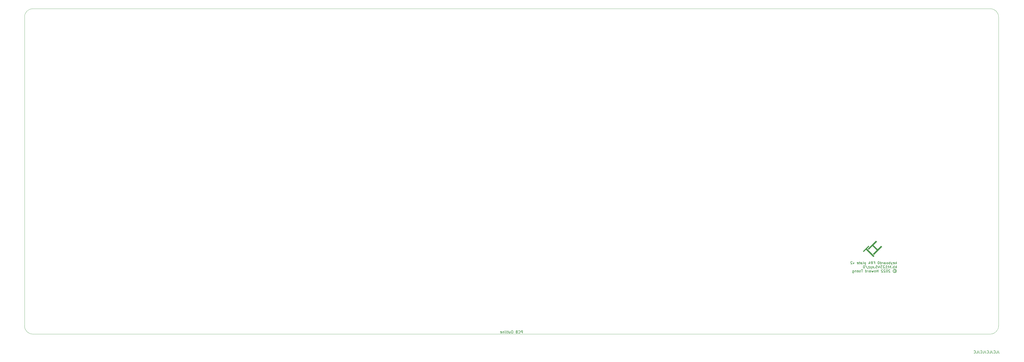
<source format=gbo>
%TF.GenerationSoftware,KiCad,Pcbnew,(6.0.0)*%
%TF.CreationDate,2022-03-09T15:54:11-05:00*%
%TF.ProjectId,custom_keyboard plate v3,63757374-6f6d-45f6-9b65-79626f617264,rev?*%
%TF.SameCoordinates,Original*%
%TF.FileFunction,Legend,Bot*%
%TF.FilePolarity,Positive*%
%FSLAX46Y46*%
G04 Gerber Fmt 4.6, Leading zero omitted, Abs format (unit mm)*
G04 Created by KiCad (PCBNEW (6.0.0)) date 2022-03-09 15:54:11*
%MOMM*%
%LPD*%
G01*
G04 APERTURE LIST*
%ADD10C,0.120000*%
%ADD11C,0.150000*%
%ADD12C,3.200000*%
G04 APERTURE END LIST*
D10*
X397580699Y-207155699D02*
X24541699Y-207155700D01*
X21366899Y-203980900D02*
G75*
G03*
X24541699Y-207155700I3174799J-1D01*
G01*
X400755498Y-83338500D02*
G75*
G03*
X397580698Y-80163700I-3174799J1D01*
G01*
X400755498Y-203980900D02*
X400755498Y-83338500D01*
X397580698Y-80163700D02*
X24541699Y-80163700D01*
X21366899Y-83338500D02*
X21366899Y-203980900D01*
X24541699Y-80163700D02*
G75*
G03*
X21366899Y-83338500I-1J-3174799D01*
G01*
X397580699Y-207155699D02*
G75*
G03*
X400755499Y-203980899I1J3174799D01*
G01*
D11*
X360939104Y-181415381D02*
X360939104Y-180415381D01*
X360843866Y-181034429D02*
X360558152Y-181415381D01*
X360558152Y-180748715D02*
X360939104Y-181129667D01*
X360129580Y-181415381D02*
X360129580Y-180415381D01*
X360129580Y-180796334D02*
X360034342Y-180748715D01*
X359843866Y-180748715D01*
X359748628Y-180796334D01*
X359701009Y-180843953D01*
X359653390Y-180939191D01*
X359653390Y-181224905D01*
X359701009Y-181320143D01*
X359748628Y-181367762D01*
X359843866Y-181415381D01*
X360034342Y-181415381D01*
X360129580Y-181367762D01*
X359224819Y-181320143D02*
X359177200Y-181367762D01*
X359224819Y-181415381D01*
X359272438Y-181367762D01*
X359224819Y-181320143D01*
X359224819Y-181415381D01*
X358748628Y-181415381D02*
X358748628Y-180415381D01*
X358320057Y-181415381D02*
X358320057Y-180891572D01*
X358367676Y-180796334D01*
X358462914Y-180748715D01*
X358605771Y-180748715D01*
X358701009Y-180796334D01*
X358748628Y-180843953D01*
X357986723Y-180748715D02*
X357605771Y-180748715D01*
X357843866Y-180415381D02*
X357843866Y-181272524D01*
X357796247Y-181367762D01*
X357701009Y-181415381D01*
X357605771Y-181415381D01*
X356748628Y-181415381D02*
X357320057Y-181415381D01*
X357034342Y-181415381D02*
X357034342Y-180415381D01*
X357129580Y-180558239D01*
X357224819Y-180653477D01*
X357320057Y-180701096D01*
X356367676Y-180510620D02*
X356320057Y-180463001D01*
X356224819Y-180415381D01*
X355986723Y-180415381D01*
X355891485Y-180463001D01*
X355843866Y-180510620D01*
X355796247Y-180605858D01*
X355796247Y-180701096D01*
X355843866Y-180843953D01*
X356415295Y-181415381D01*
X355796247Y-181415381D01*
X355462914Y-180415381D02*
X354843866Y-180415381D01*
X355177200Y-180796334D01*
X355034342Y-180796334D01*
X354939104Y-180843953D01*
X354891485Y-180891572D01*
X354843866Y-180986810D01*
X354843866Y-181224905D01*
X354891485Y-181320143D01*
X354939104Y-181367762D01*
X355034342Y-181415381D01*
X355320057Y-181415381D01*
X355415295Y-181367762D01*
X355462914Y-181320143D01*
X353986723Y-180748715D02*
X353986723Y-181415381D01*
X354224819Y-180367762D02*
X354462914Y-181082048D01*
X353843866Y-181082048D01*
X352986723Y-180415381D02*
X353462914Y-180415381D01*
X353510533Y-180891572D01*
X353462914Y-180843953D01*
X353367676Y-180796334D01*
X353129580Y-180796334D01*
X353034342Y-180843953D01*
X352986723Y-180891572D01*
X352939104Y-180986810D01*
X352939104Y-181224905D01*
X352986723Y-181320143D01*
X353034342Y-181367762D01*
X353129580Y-181415381D01*
X353367676Y-181415381D01*
X353462914Y-181367762D01*
X353510533Y-181320143D01*
X352510533Y-181320143D02*
X352462914Y-181367762D01*
X352510533Y-181415381D01*
X352558152Y-181367762D01*
X352510533Y-181320143D01*
X352510533Y-181415381D01*
X352129580Y-181415381D02*
X351605771Y-180748715D01*
X352129580Y-180748715D02*
X351605771Y-181415381D01*
X351320057Y-180748715D02*
X351081961Y-181415381D01*
X350843866Y-180748715D02*
X351081961Y-181415381D01*
X351177200Y-181653477D01*
X351224819Y-181701096D01*
X351320057Y-181748715D01*
X350558152Y-180748715D02*
X350034342Y-180748715D01*
X350558152Y-181415381D01*
X350034342Y-181415381D01*
X348939104Y-180367762D02*
X349796247Y-181653477D01*
X348415295Y-180415381D02*
X348320057Y-180415381D01*
X348224819Y-180463001D01*
X348177200Y-180510620D01*
X348129580Y-180605858D01*
X348081961Y-180796334D01*
X348081961Y-181034429D01*
X348129580Y-181224905D01*
X348177200Y-181320143D01*
X348224819Y-181367762D01*
X348320057Y-181415381D01*
X348415295Y-181415381D01*
X348510533Y-181367762D01*
X348558152Y-181320143D01*
X348605771Y-181224905D01*
X348653390Y-181034429D01*
X348653390Y-180796334D01*
X348605771Y-180605858D01*
X348558152Y-180510620D01*
X348510533Y-180463001D01*
X348415295Y-180415381D01*
X360129580Y-182240877D02*
X360224819Y-182193258D01*
X360415295Y-182193258D01*
X360510533Y-182240877D01*
X360605771Y-182336115D01*
X360653390Y-182431353D01*
X360653390Y-182621829D01*
X360605771Y-182717067D01*
X360510533Y-182812305D01*
X360415295Y-182859924D01*
X360224819Y-182859924D01*
X360129580Y-182812305D01*
X360320057Y-181859924D02*
X360558152Y-181907543D01*
X360796247Y-182050401D01*
X360939104Y-182288496D01*
X360986723Y-182526591D01*
X360939104Y-182764686D01*
X360796247Y-183002781D01*
X360558152Y-183145639D01*
X360320057Y-183193258D01*
X360081961Y-183145639D01*
X359843866Y-183002781D01*
X359701009Y-182764686D01*
X359653390Y-182526591D01*
X359701009Y-182288496D01*
X359843866Y-182050401D01*
X360081961Y-181907543D01*
X360320057Y-181859924D01*
X358510533Y-182098020D02*
X358462914Y-182050401D01*
X358367676Y-182002781D01*
X358129580Y-182002781D01*
X358034342Y-182050401D01*
X357986723Y-182098020D01*
X357939104Y-182193258D01*
X357939104Y-182288496D01*
X357986723Y-182431353D01*
X358558152Y-183002781D01*
X357939104Y-183002781D01*
X357320057Y-182002781D02*
X357224819Y-182002781D01*
X357129580Y-182050401D01*
X357081961Y-182098020D01*
X357034342Y-182193258D01*
X356986723Y-182383734D01*
X356986723Y-182621829D01*
X357034342Y-182812305D01*
X357081961Y-182907543D01*
X357129580Y-182955162D01*
X357224819Y-183002781D01*
X357320057Y-183002781D01*
X357415295Y-182955162D01*
X357462914Y-182907543D01*
X357510533Y-182812305D01*
X357558152Y-182621829D01*
X357558152Y-182383734D01*
X357510533Y-182193258D01*
X357462914Y-182098020D01*
X357415295Y-182050401D01*
X357320057Y-182002781D01*
X356605771Y-182098020D02*
X356558152Y-182050401D01*
X356462914Y-182002781D01*
X356224819Y-182002781D01*
X356129580Y-182050401D01*
X356081961Y-182098020D01*
X356034342Y-182193258D01*
X356034342Y-182288496D01*
X356081961Y-182431353D01*
X356653390Y-183002781D01*
X356034342Y-183002781D01*
X355653390Y-182098020D02*
X355605771Y-182050401D01*
X355510533Y-182002781D01*
X355272438Y-182002781D01*
X355177200Y-182050401D01*
X355129580Y-182098020D01*
X355081961Y-182193258D01*
X355081961Y-182288496D01*
X355129580Y-182431353D01*
X355701009Y-183002781D01*
X355081961Y-183002781D01*
X353891485Y-183002781D02*
X353891485Y-182002781D01*
X353891485Y-182478972D02*
X353320057Y-182478972D01*
X353320057Y-183002781D02*
X353320057Y-182002781D01*
X352701009Y-183002781D02*
X352796247Y-182955162D01*
X352843866Y-182907543D01*
X352891485Y-182812305D01*
X352891485Y-182526591D01*
X352843866Y-182431353D01*
X352796247Y-182383734D01*
X352701009Y-182336115D01*
X352558152Y-182336115D01*
X352462914Y-182383734D01*
X352415295Y-182431353D01*
X352367676Y-182526591D01*
X352367676Y-182812305D01*
X352415295Y-182907543D01*
X352462914Y-182955162D01*
X352558152Y-183002781D01*
X352701009Y-183002781D01*
X352034342Y-182336115D02*
X351843866Y-183002781D01*
X351653390Y-182526591D01*
X351462914Y-183002781D01*
X351272438Y-182336115D01*
X350462914Y-183002781D02*
X350462914Y-182478972D01*
X350510533Y-182383734D01*
X350605771Y-182336115D01*
X350796247Y-182336115D01*
X350891485Y-182383734D01*
X350462914Y-182955162D02*
X350558152Y-183002781D01*
X350796247Y-183002781D01*
X350891485Y-182955162D01*
X350939104Y-182859924D01*
X350939104Y-182764686D01*
X350891485Y-182669448D01*
X350796247Y-182621829D01*
X350558152Y-182621829D01*
X350462914Y-182574210D01*
X349986723Y-183002781D02*
X349986723Y-182336115D01*
X349986723Y-182526591D02*
X349939104Y-182431353D01*
X349891485Y-182383734D01*
X349796247Y-182336115D01*
X349701009Y-182336115D01*
X348939104Y-183002781D02*
X348939104Y-182002781D01*
X348939104Y-182955162D02*
X349034342Y-183002781D01*
X349224819Y-183002781D01*
X349320057Y-182955162D01*
X349367676Y-182907543D01*
X349415295Y-182812305D01*
X349415295Y-182526591D01*
X349367676Y-182431353D01*
X349320057Y-182383734D01*
X349224819Y-182336115D01*
X349034342Y-182336115D01*
X348939104Y-182383734D01*
X347843866Y-182002781D02*
X347272438Y-182002781D01*
X347558152Y-183002781D02*
X347558152Y-182002781D01*
X346986723Y-182955162D02*
X346891485Y-183002781D01*
X346701009Y-183002781D01*
X346605771Y-182955162D01*
X346558152Y-182859924D01*
X346558152Y-182812305D01*
X346605771Y-182717067D01*
X346701009Y-182669448D01*
X346843866Y-182669448D01*
X346939104Y-182621829D01*
X346986723Y-182526591D01*
X346986723Y-182478972D01*
X346939104Y-182383734D01*
X346843866Y-182336115D01*
X346701009Y-182336115D01*
X346605771Y-182383734D01*
X345748628Y-182955162D02*
X345843866Y-183002781D01*
X346034342Y-183002781D01*
X346129580Y-182955162D01*
X346177200Y-182859924D01*
X346177200Y-182478972D01*
X346129580Y-182383734D01*
X346034342Y-182336115D01*
X345843866Y-182336115D01*
X345748628Y-182383734D01*
X345701009Y-182478972D01*
X345701009Y-182574210D01*
X346177200Y-182669448D01*
X345272438Y-182336115D02*
X345272438Y-183002781D01*
X345272438Y-182431353D02*
X345224819Y-182383734D01*
X345129580Y-182336115D01*
X344986723Y-182336115D01*
X344891485Y-182383734D01*
X344843866Y-182478972D01*
X344843866Y-183002781D01*
X343939104Y-182336115D02*
X343939104Y-183145639D01*
X343986723Y-183240877D01*
X344034342Y-183288496D01*
X344129580Y-183336115D01*
X344272438Y-183336115D01*
X344367676Y-183288496D01*
X343939104Y-182955162D02*
X344034342Y-183002781D01*
X344224819Y-183002781D01*
X344320057Y-182955162D01*
X344367676Y-182907543D01*
X344415295Y-182812305D01*
X344415295Y-182526591D01*
X344367676Y-182431353D01*
X344320057Y-182383734D01*
X344224819Y-182336115D01*
X344034342Y-182336115D01*
X343939104Y-182383734D01*
X360939104Y-179827981D02*
X360939104Y-178827981D01*
X360843866Y-179447029D02*
X360558152Y-179827981D01*
X360558152Y-179161315D02*
X360939104Y-179542267D01*
X359748628Y-179780362D02*
X359843866Y-179827981D01*
X360034342Y-179827981D01*
X360129580Y-179780362D01*
X360177200Y-179685124D01*
X360177200Y-179304172D01*
X360129580Y-179208934D01*
X360034342Y-179161315D01*
X359843866Y-179161315D01*
X359748628Y-179208934D01*
X359701009Y-179304172D01*
X359701009Y-179399410D01*
X360177200Y-179494648D01*
X359367676Y-179161315D02*
X359129580Y-179827981D01*
X358891485Y-179161315D02*
X359129580Y-179827981D01*
X359224819Y-180066077D01*
X359272438Y-180113696D01*
X359367676Y-180161315D01*
X358510533Y-179827981D02*
X358510533Y-178827981D01*
X358510533Y-179208934D02*
X358415295Y-179161315D01*
X358224819Y-179161315D01*
X358129580Y-179208934D01*
X358081961Y-179256553D01*
X358034342Y-179351791D01*
X358034342Y-179637505D01*
X358081961Y-179732743D01*
X358129580Y-179780362D01*
X358224819Y-179827981D01*
X358415295Y-179827981D01*
X358510533Y-179780362D01*
X357462914Y-179827981D02*
X357558152Y-179780362D01*
X357605771Y-179732743D01*
X357653390Y-179637505D01*
X357653390Y-179351791D01*
X357605771Y-179256553D01*
X357558152Y-179208934D01*
X357462914Y-179161315D01*
X357320057Y-179161315D01*
X357224819Y-179208934D01*
X357177200Y-179256553D01*
X357129580Y-179351791D01*
X357129580Y-179637505D01*
X357177200Y-179732743D01*
X357224819Y-179780362D01*
X357320057Y-179827981D01*
X357462914Y-179827981D01*
X356272438Y-179827981D02*
X356272438Y-179304172D01*
X356320057Y-179208934D01*
X356415295Y-179161315D01*
X356605771Y-179161315D01*
X356701009Y-179208934D01*
X356272438Y-179780362D02*
X356367676Y-179827981D01*
X356605771Y-179827981D01*
X356701009Y-179780362D01*
X356748628Y-179685124D01*
X356748628Y-179589886D01*
X356701009Y-179494648D01*
X356605771Y-179447029D01*
X356367676Y-179447029D01*
X356272438Y-179399410D01*
X355796247Y-179827981D02*
X355796247Y-179161315D01*
X355796247Y-179351791D02*
X355748628Y-179256553D01*
X355701009Y-179208934D01*
X355605771Y-179161315D01*
X355510533Y-179161315D01*
X354748628Y-179827981D02*
X354748628Y-178827981D01*
X354748628Y-179780362D02*
X354843866Y-179827981D01*
X355034342Y-179827981D01*
X355129580Y-179780362D01*
X355177200Y-179732743D01*
X355224819Y-179637505D01*
X355224819Y-179351791D01*
X355177200Y-179256553D01*
X355129580Y-179208934D01*
X355034342Y-179161315D01*
X354843866Y-179161315D01*
X354748628Y-179208934D01*
X354081961Y-178827981D02*
X353986723Y-178827981D01*
X353891485Y-178875601D01*
X353843866Y-178923220D01*
X353796247Y-179018458D01*
X353748628Y-179208934D01*
X353748628Y-179447029D01*
X353796247Y-179637505D01*
X353843866Y-179732743D01*
X353891485Y-179780362D01*
X353986723Y-179827981D01*
X354081961Y-179827981D01*
X354177200Y-179780362D01*
X354224819Y-179732743D01*
X354272438Y-179637505D01*
X354320057Y-179447029D01*
X354320057Y-179208934D01*
X354272438Y-179018458D01*
X354224819Y-178923220D01*
X354177200Y-178875601D01*
X354081961Y-178827981D01*
X352224819Y-179304172D02*
X352558152Y-179304172D01*
X352558152Y-179827981D02*
X352558152Y-178827981D01*
X352081961Y-178827981D01*
X351129580Y-179827981D02*
X351462914Y-179351791D01*
X351701009Y-179827981D02*
X351701009Y-178827981D01*
X351320057Y-178827981D01*
X351224819Y-178875601D01*
X351177200Y-178923220D01*
X351129580Y-179018458D01*
X351129580Y-179161315D01*
X351177200Y-179256553D01*
X351224819Y-179304172D01*
X351320057Y-179351791D01*
X351701009Y-179351791D01*
X350272438Y-179161315D02*
X350272438Y-179827981D01*
X350510533Y-178780362D02*
X350748628Y-179494648D01*
X350129580Y-179494648D01*
X348986723Y-179161315D02*
X348986723Y-180161315D01*
X348986723Y-179208934D02*
X348891485Y-179161315D01*
X348701009Y-179161315D01*
X348605771Y-179208934D01*
X348558152Y-179256553D01*
X348510533Y-179351791D01*
X348510533Y-179637505D01*
X348558152Y-179732743D01*
X348605771Y-179780362D01*
X348701009Y-179827981D01*
X348891485Y-179827981D01*
X348986723Y-179780362D01*
X347939104Y-179827981D02*
X348034342Y-179780362D01*
X348081961Y-179685124D01*
X348081961Y-178827981D01*
X347129580Y-179827981D02*
X347129580Y-179304172D01*
X347177200Y-179208934D01*
X347272438Y-179161315D01*
X347462914Y-179161315D01*
X347558152Y-179208934D01*
X347129580Y-179780362D02*
X347224819Y-179827981D01*
X347462914Y-179827981D01*
X347558152Y-179780362D01*
X347605771Y-179685124D01*
X347605771Y-179589886D01*
X347558152Y-179494648D01*
X347462914Y-179447029D01*
X347224819Y-179447029D01*
X347129580Y-179399410D01*
X346796247Y-179161315D02*
X346415295Y-179161315D01*
X346653390Y-178827981D02*
X346653390Y-179685124D01*
X346605771Y-179780362D01*
X346510533Y-179827981D01*
X346415295Y-179827981D01*
X345701009Y-179780362D02*
X345796247Y-179827981D01*
X345986723Y-179827981D01*
X346081961Y-179780362D01*
X346129580Y-179685124D01*
X346129580Y-179304172D01*
X346081961Y-179208934D01*
X345986723Y-179161315D01*
X345796247Y-179161315D01*
X345701009Y-179208934D01*
X345653390Y-179304172D01*
X345653390Y-179399410D01*
X346129580Y-179494648D01*
X344558152Y-179161315D02*
X344320057Y-179827981D01*
X344081961Y-179161315D01*
X343748628Y-178923220D02*
X343701009Y-178875601D01*
X343605771Y-178827981D01*
X343367676Y-178827981D01*
X343272438Y-178875601D01*
X343224819Y-178923220D01*
X343177200Y-179018458D01*
X343177200Y-179113696D01*
X343224819Y-179256553D01*
X343796247Y-179827981D01*
X343177200Y-179827981D01*
X400743247Y-213616080D02*
X400743247Y-214330366D01*
X400790866Y-214473223D01*
X400886104Y-214568461D01*
X401028961Y-214616080D01*
X401124200Y-214616080D01*
X399790866Y-214616080D02*
X400267057Y-214616080D01*
X400267057Y-213616080D01*
X398886104Y-214520842D02*
X398933723Y-214568461D01*
X399076580Y-214616080D01*
X399171819Y-214616080D01*
X399314676Y-214568461D01*
X399409914Y-214473223D01*
X399457533Y-214377985D01*
X399505152Y-214187509D01*
X399505152Y-214044652D01*
X399457533Y-213854176D01*
X399409914Y-213758938D01*
X399314676Y-213663700D01*
X399171819Y-213616080D01*
X399076580Y-213616080D01*
X398933723Y-213663700D01*
X398886104Y-213711319D01*
X398171819Y-213616080D02*
X398171819Y-214330366D01*
X398219438Y-214473223D01*
X398314676Y-214568461D01*
X398457533Y-214616080D01*
X398552771Y-214616080D01*
X397219438Y-214616080D02*
X397695628Y-214616080D01*
X397695628Y-213616080D01*
X396314676Y-214520842D02*
X396362295Y-214568461D01*
X396505152Y-214616080D01*
X396600390Y-214616080D01*
X396743247Y-214568461D01*
X396838485Y-214473223D01*
X396886104Y-214377985D01*
X396933723Y-214187509D01*
X396933723Y-214044652D01*
X396886104Y-213854176D01*
X396838485Y-213758938D01*
X396743247Y-213663700D01*
X396600390Y-213616080D01*
X396505152Y-213616080D01*
X396362295Y-213663700D01*
X396314676Y-213711319D01*
X395600390Y-213616080D02*
X395600390Y-214330366D01*
X395648009Y-214473223D01*
X395743247Y-214568461D01*
X395886104Y-214616080D01*
X395981342Y-214616080D01*
X394648009Y-214616080D02*
X395124200Y-214616080D01*
X395124200Y-213616080D01*
X393743247Y-214520842D02*
X393790866Y-214568461D01*
X393933723Y-214616080D01*
X394028961Y-214616080D01*
X394171819Y-214568461D01*
X394267057Y-214473223D01*
X394314676Y-214377985D01*
X394362295Y-214187509D01*
X394362295Y-214044652D01*
X394314676Y-213854176D01*
X394267057Y-213758938D01*
X394171819Y-213663700D01*
X394028961Y-213616080D01*
X393933723Y-213616080D01*
X393790866Y-213663700D01*
X393743247Y-213711319D01*
X393028961Y-213616080D02*
X393028961Y-214330366D01*
X393076580Y-214473223D01*
X393171819Y-214568461D01*
X393314676Y-214616080D01*
X393409914Y-214616080D01*
X392076580Y-214616080D02*
X392552771Y-214616080D01*
X392552771Y-213616080D01*
X391171819Y-214520842D02*
X391219438Y-214568461D01*
X391362295Y-214616080D01*
X391457533Y-214616080D01*
X391600390Y-214568461D01*
X391695628Y-214473223D01*
X391743247Y-214377985D01*
X391790866Y-214187509D01*
X391790866Y-214044652D01*
X391743247Y-213854176D01*
X391695628Y-213758938D01*
X391600390Y-213663700D01*
X391457533Y-213616080D01*
X391362295Y-213616080D01*
X391219438Y-213663700D01*
X391171819Y-213711319D01*
X215346913Y-206814380D02*
X215346913Y-205814380D01*
X214965960Y-205814380D01*
X214870722Y-205862000D01*
X214823103Y-205909619D01*
X214775484Y-206004857D01*
X214775484Y-206147714D01*
X214823103Y-206242952D01*
X214870722Y-206290571D01*
X214965960Y-206338190D01*
X215346913Y-206338190D01*
X213775484Y-206719142D02*
X213823103Y-206766761D01*
X213965960Y-206814380D01*
X214061199Y-206814380D01*
X214204056Y-206766761D01*
X214299294Y-206671523D01*
X214346913Y-206576285D01*
X214394532Y-206385809D01*
X214394532Y-206242952D01*
X214346913Y-206052476D01*
X214299294Y-205957238D01*
X214204056Y-205862000D01*
X214061199Y-205814380D01*
X213965960Y-205814380D01*
X213823103Y-205862000D01*
X213775484Y-205909619D01*
X213013579Y-206290571D02*
X212870722Y-206338190D01*
X212823103Y-206385809D01*
X212775484Y-206481047D01*
X212775484Y-206623904D01*
X212823103Y-206719142D01*
X212870722Y-206766761D01*
X212965960Y-206814380D01*
X213346913Y-206814380D01*
X213346913Y-205814380D01*
X213013579Y-205814380D01*
X212918341Y-205862000D01*
X212870722Y-205909619D01*
X212823103Y-206004857D01*
X212823103Y-206100095D01*
X212870722Y-206195333D01*
X212918341Y-206242952D01*
X213013579Y-206290571D01*
X213346913Y-206290571D01*
X211394532Y-205814380D02*
X211204056Y-205814380D01*
X211108818Y-205862000D01*
X211013579Y-205957238D01*
X210965960Y-206147714D01*
X210965960Y-206481047D01*
X211013579Y-206671523D01*
X211108818Y-206766761D01*
X211204056Y-206814380D01*
X211394532Y-206814380D01*
X211489770Y-206766761D01*
X211585008Y-206671523D01*
X211632627Y-206481047D01*
X211632627Y-206147714D01*
X211585008Y-205957238D01*
X211489770Y-205862000D01*
X211394532Y-205814380D01*
X210108818Y-206147714D02*
X210108818Y-206814380D01*
X210537389Y-206147714D02*
X210537389Y-206671523D01*
X210489770Y-206766761D01*
X210394532Y-206814380D01*
X210251675Y-206814380D01*
X210156437Y-206766761D01*
X210108818Y-206719142D01*
X209775484Y-206147714D02*
X209394532Y-206147714D01*
X209632627Y-205814380D02*
X209632627Y-206671523D01*
X209585008Y-206766761D01*
X209489770Y-206814380D01*
X209394532Y-206814380D01*
X208918341Y-206814380D02*
X209013579Y-206766761D01*
X209061199Y-206671523D01*
X209061199Y-205814380D01*
X208537389Y-206814380D02*
X208537389Y-206147714D01*
X208537389Y-205814380D02*
X208585008Y-205862000D01*
X208537389Y-205909619D01*
X208489770Y-205862000D01*
X208537389Y-205814380D01*
X208537389Y-205909619D01*
X208061199Y-206147714D02*
X208061199Y-206814380D01*
X208061199Y-206242952D02*
X208013579Y-206195333D01*
X207918341Y-206147714D01*
X207775484Y-206147714D01*
X207680246Y-206195333D01*
X207632627Y-206290571D01*
X207632627Y-206814380D01*
X206775484Y-206766761D02*
X206870722Y-206814380D01*
X207061199Y-206814380D01*
X207156437Y-206766761D01*
X207204056Y-206671523D01*
X207204056Y-206290571D01*
X207156437Y-206195333D01*
X207061199Y-206147714D01*
X206870722Y-206147714D01*
X206775484Y-206195333D01*
X206727865Y-206290571D01*
X206727865Y-206385809D01*
X207204056Y-206481047D01*
%TO.C,logo*%
G36*
X353411883Y-171060297D02*
G01*
X352043987Y-172430839D01*
X353650008Y-174039505D01*
X355015258Y-172671609D01*
X355428008Y-173076422D01*
X352253008Y-176251422D01*
X351845550Y-175833380D01*
X353311342Y-174367589D01*
X351702675Y-172764214D01*
X350242175Y-174230005D01*
X349821487Y-173819901D01*
X352996487Y-170644901D01*
X353411883Y-171060297D01*
G37*
G36*
X350453842Y-172922964D02*
G01*
X349559550Y-173817255D01*
X352398529Y-176658880D01*
X351988425Y-177071630D01*
X349160029Y-174227359D01*
X348271029Y-175119005D01*
X347940300Y-174790922D01*
X350136342Y-172592234D01*
X350453842Y-172922964D01*
G37*
%TD*%
%LPC*%
D12*
%TO.C,M3*%
X17335399Y-134632200D03*
%TD*%
%TO.C,M3*%
X17398399Y-211124200D03*
%TD*%
%TO.C,M3*%
X120579399Y-76195200D03*
%TD*%
%TO.C,M3*%
X404723999Y-211124200D03*
%TD*%
%TO.C,M3*%
X301561199Y-211124200D03*
%TD*%
%TO.C,M3*%
X100561199Y-76195200D03*
%TD*%
%TO.C,M3*%
X321561199Y-76195200D03*
%TD*%
%TO.C,M3*%
X264561199Y-76195200D03*
%TD*%
%TO.C,M3*%
X225561199Y-76195200D03*
%TD*%
%TO.C,M3*%
X404723999Y-134632200D03*
%TD*%
%TO.C,M3*%
X404723999Y-97625100D03*
%TD*%
%TO.C,M3*%
X157561199Y-76195200D03*
%TD*%
%TO.C,M3*%
X301542999Y-76195200D03*
%TD*%
%TO.C,M3*%
X404723999Y-76195200D03*
%TD*%
%TO.C,M3*%
X64061199Y-76195200D03*
%TD*%
%TO.C,M3*%
X17366899Y-97632200D03*
%TD*%
%TO.C,M3*%
X358061199Y-76195200D03*
%TD*%
%TO.C,M3*%
X196561199Y-76195200D03*
%TD*%
%TO.C,M3*%
X120561199Y-211124200D03*
%TD*%
%TO.C,M3*%
X17398399Y-76195200D03*
%TD*%
M02*

</source>
